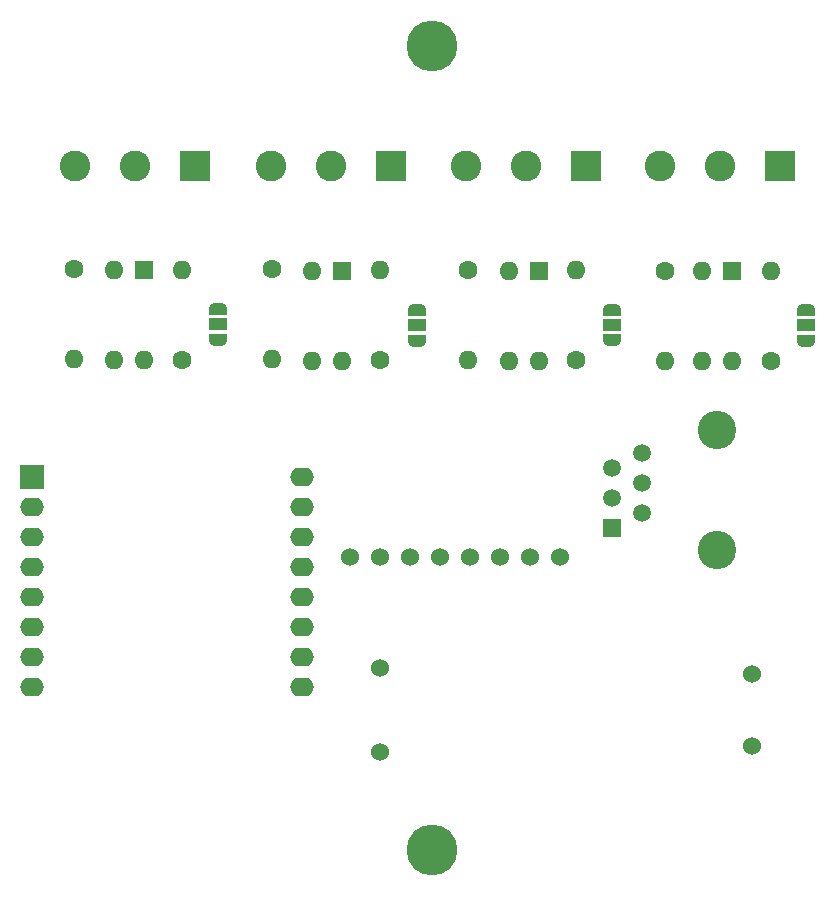
<source format=gbr>
%TF.GenerationSoftware,KiCad,Pcbnew,(6.0.7)*%
%TF.CreationDate,2023-01-06T17:08:48+01:00*%
%TF.ProjectId,s0 interface,73302069-6e74-4657-9266-6163652e6b69,rev?*%
%TF.SameCoordinates,Original*%
%TF.FileFunction,Soldermask,Bot*%
%TF.FilePolarity,Negative*%
%FSLAX46Y46*%
G04 Gerber Fmt 4.6, Leading zero omitted, Abs format (unit mm)*
G04 Created by KiCad (PCBNEW (6.0.7)) date 2023-01-06 17:08:48*
%MOMM*%
%LPD*%
G01*
G04 APERTURE LIST*
G04 Aperture macros list*
%AMFreePoly0*
4,1,22,0.550000,-0.750000,0.000000,-0.750000,0.000000,-0.745033,-0.079941,-0.743568,-0.215256,-0.701293,-0.333266,-0.622738,-0.424486,-0.514219,-0.481581,-0.384460,-0.499164,-0.250000,-0.500000,-0.250000,-0.500000,0.250000,-0.499164,0.250000,-0.499963,0.256109,-0.478152,0.396186,-0.417904,0.524511,-0.324060,0.630769,-0.204165,0.706417,-0.067858,0.745374,0.000000,0.744959,0.000000,0.750000,
0.550000,0.750000,0.550000,-0.750000,0.550000,-0.750000,$1*%
%AMFreePoly1*
4,1,20,0.000000,0.744959,0.073905,0.744508,0.209726,0.703889,0.328688,0.626782,0.421226,0.519385,0.479903,0.390333,0.500000,0.250000,0.500000,-0.250000,0.499851,-0.262216,0.476331,-0.402017,0.414519,-0.529596,0.319384,-0.634700,0.198574,-0.708877,0.061801,-0.746166,0.000000,-0.745033,0.000000,-0.750000,-0.550000,-0.750000,-0.550000,0.750000,0.000000,0.750000,0.000000,0.744959,
0.000000,0.744959,$1*%
G04 Aperture macros list end*
%ADD10C,3.250000*%
%ADD11R,1.520000X1.520000*%
%ADD12C,1.520000*%
%ADD13R,2.600000X2.600000*%
%ADD14C,2.600000*%
%ADD15O,1.600000X1.600000*%
%ADD16C,1.600000*%
%ADD17FreePoly0,270.000000*%
%ADD18R,1.500000X1.000000*%
%ADD19FreePoly1,270.000000*%
%ADD20R,1.600000X1.600000*%
%ADD21C,4.300000*%
%ADD22C,1.524000*%
%ADD23R,2.000000X2.000000*%
%ADD24O,2.000000X1.600000*%
G04 APERTURE END LIST*
D10*
%TO.C,P1*%
X215115000Y-83190000D03*
X215115000Y-73030000D03*
D11*
X206225000Y-81280000D03*
D12*
X208765000Y-80010000D03*
X206225000Y-78740000D03*
X208765000Y-77470000D03*
X206225000Y-76200000D03*
X208765000Y-74930000D03*
%TD*%
D13*
%TO.C,S0-4*%
X220477000Y-50627000D03*
D14*
X215397000Y-50627000D03*
X210317000Y-50627000D03*
%TD*%
D15*
%TO.C,R8*%
X219705000Y-59563000D03*
D16*
X219705000Y-67183000D03*
%TD*%
D15*
%TO.C,R4*%
X210688000Y-67183000D03*
D16*
X210688000Y-59563000D03*
%TD*%
D17*
%TO.C,JP4*%
X222626000Y-62835000D03*
D18*
X222626000Y-64135000D03*
D19*
X222626000Y-65435000D03*
%TD*%
D20*
%TO.C,IC7*%
X216408000Y-59573000D03*
D15*
X213868000Y-59573000D03*
X213868000Y-67193000D03*
X216408000Y-67193000D03*
%TD*%
%TO.C,IC6*%
X166629000Y-67114500D03*
X164089000Y-67114500D03*
X164089000Y-59494500D03*
D20*
X166629000Y-59494500D03*
%TD*%
D21*
%TO.C,REF\u002A\u002A*%
X191008000Y-40513000D03*
%TD*%
D14*
%TO.C,S0-3*%
X193903600Y-50673000D03*
X198983600Y-50673000D03*
D13*
X204063600Y-50673000D03*
%TD*%
D14*
%TO.C,S0-2*%
X177393600Y-50673000D03*
X182473600Y-50673000D03*
D13*
X187553600Y-50673000D03*
%TD*%
D22*
%TO.C,IC2*%
X184055000Y-83725000D03*
X186595000Y-83725000D03*
X189135000Y-83725000D03*
X191675000Y-83725000D03*
X194215000Y-83725000D03*
X196755000Y-83725000D03*
X199295000Y-83725000D03*
X201835000Y-83725000D03*
%TD*%
D15*
%TO.C,R5*%
X169799000Y-59436000D03*
D16*
X169799000Y-67056000D03*
%TD*%
%TO.C,R7*%
X203225400Y-67096400D03*
D15*
X203225400Y-59476400D03*
%TD*%
D20*
%TO.C,IC5*%
X183393000Y-59509500D03*
D15*
X180853000Y-59509500D03*
X180853000Y-67129500D03*
X183393000Y-67129500D03*
%TD*%
D22*
%TO.C,DC1*%
X186595000Y-93123000D03*
X186595000Y-100235000D03*
X218091000Y-93631000D03*
X218091000Y-99727000D03*
%TD*%
D20*
%TO.C,IC4*%
X200055400Y-59558000D03*
D15*
X197515400Y-59558000D03*
X197515400Y-67178000D03*
X200055400Y-67178000D03*
%TD*%
D16*
%TO.C,R6*%
X186563000Y-67119500D03*
D15*
X186563000Y-59499500D03*
%TD*%
%TO.C,R1*%
X160655000Y-67007500D03*
D16*
X160655000Y-59387500D03*
%TD*%
%TO.C,R3*%
X194056000Y-59451000D03*
D15*
X194056000Y-67071000D03*
%TD*%
D16*
%TO.C,R2*%
X177419000Y-59372500D03*
D15*
X177419000Y-66992500D03*
%TD*%
D23*
%TO.C,IC1*%
X157099000Y-76962000D03*
D24*
X157099000Y-79502000D03*
X157099000Y-82042000D03*
X157099000Y-84582000D03*
X157099000Y-87122000D03*
X157099000Y-89662000D03*
X157099000Y-92202000D03*
X157099000Y-94742000D03*
X179959000Y-94742000D03*
X179959000Y-92202000D03*
X179959000Y-89662000D03*
X179959000Y-87122000D03*
X179959000Y-84582000D03*
X179959000Y-82042000D03*
X179959000Y-79502000D03*
X179959000Y-76962000D03*
%TD*%
D21*
%TO.C,REF\u002A\u002A*%
X191008000Y-108585000D03*
%TD*%
D14*
%TO.C,S0-1*%
X160756600Y-50673000D03*
X165836600Y-50673000D03*
D13*
X170916600Y-50673000D03*
%TD*%
D17*
%TO.C,JP3*%
X206273400Y-62820000D03*
D18*
X206273400Y-64120000D03*
D19*
X206273400Y-65420000D03*
%TD*%
%TO.C,JP1*%
X172847000Y-65356500D03*
D18*
X172847000Y-64056500D03*
D17*
X172847000Y-62756500D03*
%TD*%
D19*
%TO.C,JP2*%
X189738000Y-65435000D03*
D18*
X189738000Y-64135000D03*
D17*
X189738000Y-62835000D03*
%TD*%
M02*

</source>
